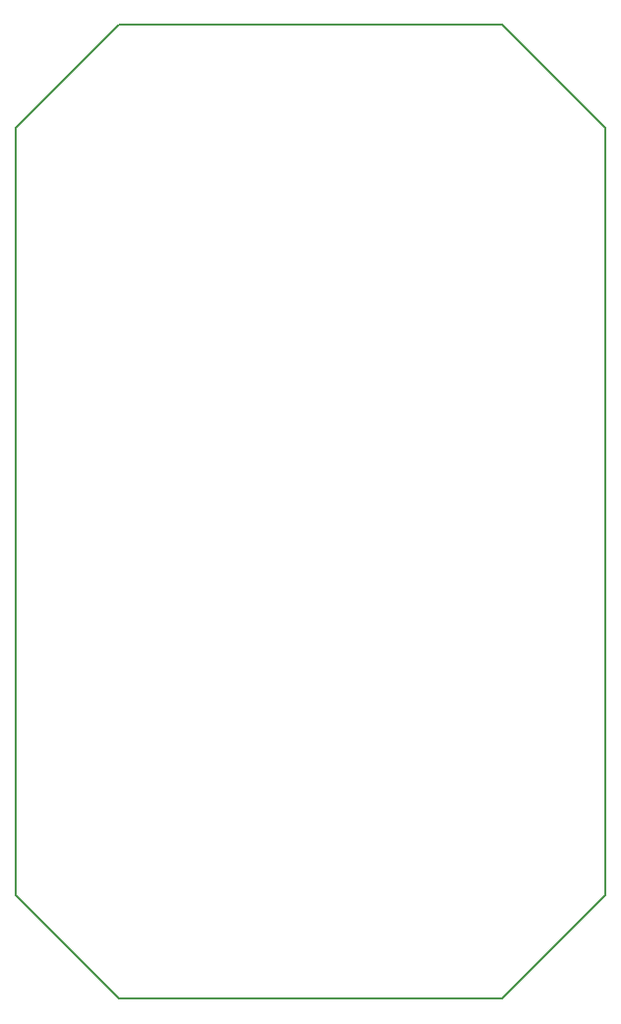
<source format=gbr>
G04 DipTrace 2.3.0.3*
%INBoardOutline.gbr*%
%MOIN*%
%ADD11C,0.0055*%
%FSLAX44Y44*%
G04*
G70*
G90*
G75*
G01*
%LNBoardOutline*%
%LPD*%
X3937Y33437D2*
D11*
X7437Y36937D1*
X20437D1*
X23937Y33437D1*
Y7437D1*
X20437Y3937D1*
X7437D1*
X3937Y7437D1*
Y33437D1*
M02*

</source>
